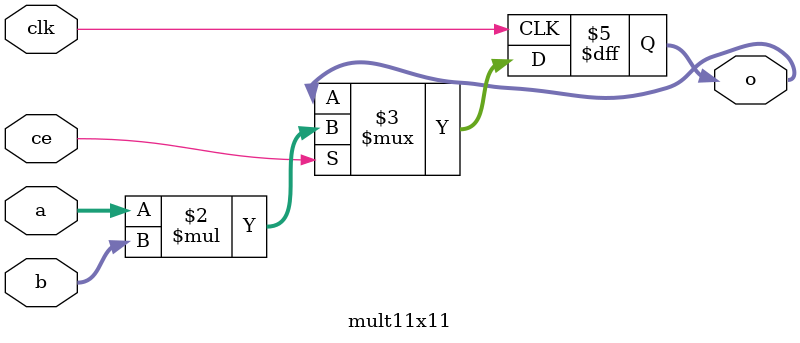
<source format=sv>

module mult11x11(clk, ce, a, b, o);
input clk;
input ce;
input [10:0] a;
input [10:0] b;
output reg [21:0] o;

always @(posedge clk)
  if (ce) o <= a * b;
  
endmodule

</source>
